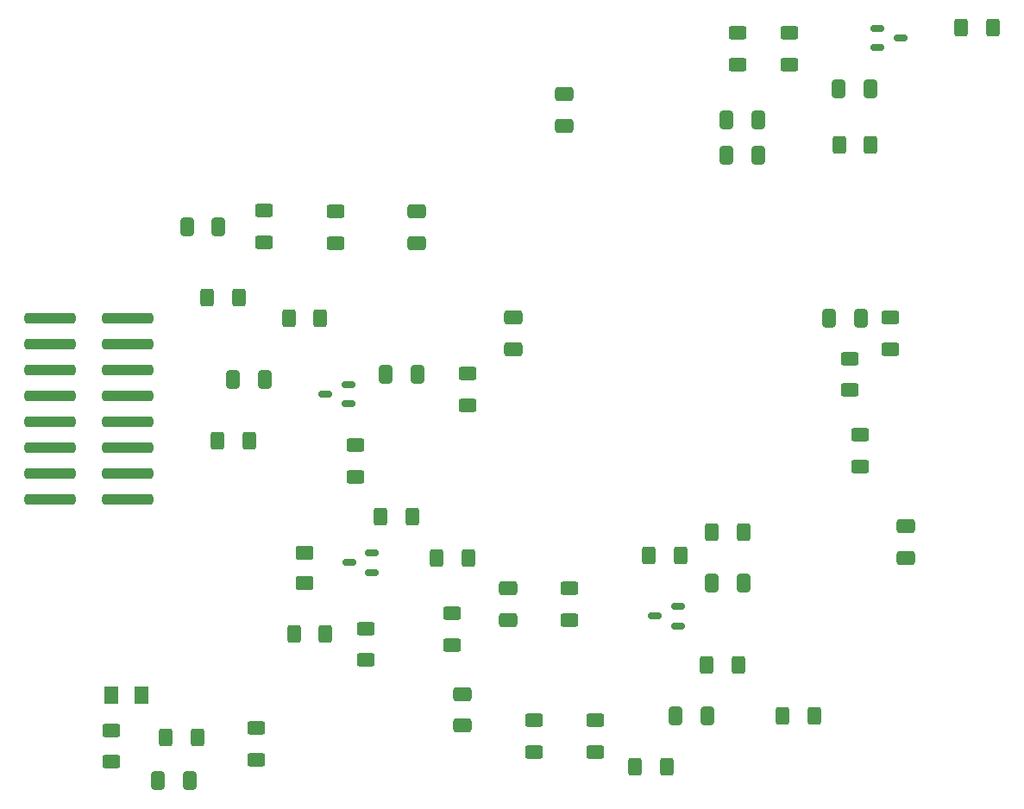
<source format=gtp>
G04 #@! TF.GenerationSoftware,KiCad,Pcbnew,7.0.2*
G04 #@! TF.CreationDate,2023-07-08T15:20:31+02:00*
G04 #@! TF.ProjectId,KiKAD_Endplatine_V2,4b694b41-445f-4456-9e64-706c6174696e,rev?*
G04 #@! TF.SameCoordinates,Original*
G04 #@! TF.FileFunction,Paste,Top*
G04 #@! TF.FilePolarity,Positive*
%FSLAX46Y46*%
G04 Gerber Fmt 4.6, Leading zero omitted, Abs format (unit mm)*
G04 Created by KiCad (PCBNEW 7.0.2) date 2023-07-08 15:20:31*
%MOMM*%
%LPD*%
G01*
G04 APERTURE LIST*
G04 Aperture macros list*
%AMRoundRect*
0 Rectangle with rounded corners*
0 $1 Rounding radius*
0 $2 $3 $4 $5 $6 $7 $8 $9 X,Y pos of 4 corners*
0 Add a 4 corners polygon primitive as box body*
4,1,4,$2,$3,$4,$5,$6,$7,$8,$9,$2,$3,0*
0 Add four circle primitives for the rounded corners*
1,1,$1+$1,$2,$3*
1,1,$1+$1,$4,$5*
1,1,$1+$1,$6,$7*
1,1,$1+$1,$8,$9*
0 Add four rect primitives between the rounded corners*
20,1,$1+$1,$2,$3,$4,$5,0*
20,1,$1+$1,$4,$5,$6,$7,0*
20,1,$1+$1,$6,$7,$8,$9,0*
20,1,$1+$1,$8,$9,$2,$3,0*%
G04 Aperture macros list end*
%ADD10RoundRect,0.255000X-2.245000X-0.255000X2.245000X-0.255000X2.245000X0.255000X-2.245000X0.255000X0*%
%ADD11RoundRect,0.250000X-0.412500X-0.650000X0.412500X-0.650000X0.412500X0.650000X-0.412500X0.650000X0*%
%ADD12RoundRect,0.250000X-0.400000X-0.625000X0.400000X-0.625000X0.400000X0.625000X-0.400000X0.625000X0*%
%ADD13RoundRect,0.150000X-0.512500X-0.150000X0.512500X-0.150000X0.512500X0.150000X-0.512500X0.150000X0*%
%ADD14RoundRect,0.250000X0.400000X0.625000X-0.400000X0.625000X-0.400000X-0.625000X0.400000X-0.625000X0*%
%ADD15RoundRect,0.250000X-0.625000X0.400000X-0.625000X-0.400000X0.625000X-0.400000X0.625000X0.400000X0*%
%ADD16RoundRect,0.250000X0.412500X0.650000X-0.412500X0.650000X-0.412500X-0.650000X0.412500X-0.650000X0*%
%ADD17RoundRect,0.250001X0.462499X0.624999X-0.462499X0.624999X-0.462499X-0.624999X0.462499X-0.624999X0*%
%ADD18RoundRect,0.250001X-0.624999X0.462499X-0.624999X-0.462499X0.624999X-0.462499X0.624999X0.462499X0*%
%ADD19RoundRect,0.250000X0.625000X-0.400000X0.625000X0.400000X-0.625000X0.400000X-0.625000X-0.400000X0*%
%ADD20RoundRect,0.150000X0.512500X0.150000X-0.512500X0.150000X-0.512500X-0.150000X0.512500X-0.150000X0*%
%ADD21RoundRect,0.250000X-0.650000X0.412500X-0.650000X-0.412500X0.650000X-0.412500X0.650000X0.412500X0*%
%ADD22RoundRect,0.250000X0.650000X-0.412500X0.650000X0.412500X-0.650000X0.412500X-0.650000X-0.412500X0*%
G04 APERTURE END LIST*
D10*
X105000000Y-66000000D03*
X112600000Y-66000000D03*
X105000000Y-68540000D03*
X112600000Y-68540000D03*
X105000000Y-71080000D03*
X112600000Y-71080000D03*
X105000000Y-73620000D03*
X112600000Y-73620000D03*
X105000000Y-76160000D03*
X112600000Y-76160000D03*
X105000000Y-78700000D03*
X112600000Y-78700000D03*
X105000000Y-81240000D03*
X112600000Y-81240000D03*
X105000000Y-83780000D03*
X112600000Y-83780000D03*
D11*
X169937500Y-92000000D03*
X173062500Y-92000000D03*
D12*
X116393750Y-107106250D03*
X119493750Y-107106250D03*
D13*
X186225000Y-37550000D03*
X186225000Y-39450000D03*
X188500000Y-38500000D03*
D14*
X140550000Y-85450000D03*
X137450000Y-85450000D03*
D15*
X144500000Y-94950000D03*
X144500000Y-98050000D03*
D16*
X185562500Y-43500000D03*
X182437500Y-43500000D03*
X174562500Y-46500000D03*
X171437500Y-46500000D03*
D15*
X177562500Y-38000000D03*
X177562500Y-41100000D03*
X133000000Y-55500000D03*
X133000000Y-58600000D03*
D16*
X174562500Y-50000000D03*
X171437500Y-50000000D03*
D17*
X113987500Y-103000000D03*
X111012500Y-103000000D03*
D18*
X130000000Y-89012500D03*
X130000000Y-91987500D03*
D19*
X187500000Y-69050000D03*
X187500000Y-65950000D03*
D12*
X128950000Y-97000000D03*
X132050000Y-97000000D03*
X182450000Y-49000000D03*
X185550000Y-49000000D03*
D14*
X173050000Y-87000000D03*
X169950000Y-87000000D03*
D20*
X134275000Y-74387500D03*
X134275000Y-72487500D03*
X132000000Y-73437500D03*
D11*
X137937500Y-71500000D03*
X141062500Y-71500000D03*
D15*
X158500000Y-105450000D03*
X158500000Y-108550000D03*
D12*
X162450000Y-110000000D03*
X165550000Y-110000000D03*
D14*
X180000000Y-105000000D03*
X176900000Y-105000000D03*
D19*
X125275000Y-109325000D03*
X125275000Y-106225000D03*
D15*
X172500000Y-38000000D03*
X172500000Y-41100000D03*
D21*
X150000000Y-92500000D03*
X150000000Y-95625000D03*
D19*
X135000000Y-81550000D03*
X135000000Y-78450000D03*
D21*
X189000000Y-86437500D03*
X189000000Y-89562500D03*
D14*
X197550000Y-37500000D03*
X194450000Y-37500000D03*
D19*
X183500000Y-73050000D03*
X183500000Y-69950000D03*
D15*
X184500000Y-77450000D03*
X184500000Y-80550000D03*
D11*
X115606250Y-111381250D03*
X118731250Y-111381250D03*
D14*
X124550000Y-78000000D03*
X121450000Y-78000000D03*
D22*
X150500000Y-69062500D03*
X150500000Y-65937500D03*
D14*
X131550000Y-66000000D03*
X128450000Y-66000000D03*
X123550000Y-64000000D03*
X120450000Y-64000000D03*
D11*
X123000000Y-72000000D03*
X126125000Y-72000000D03*
D15*
X136000000Y-96450000D03*
X136000000Y-99550000D03*
D21*
X145500000Y-102875000D03*
X145500000Y-106000000D03*
D12*
X169450000Y-100000000D03*
X172550000Y-100000000D03*
D16*
X169562500Y-105000000D03*
X166437500Y-105000000D03*
D15*
X126000000Y-55450000D03*
X126000000Y-58550000D03*
D11*
X181437500Y-66000000D03*
X184562500Y-66000000D03*
D20*
X166620000Y-96195000D03*
X166620000Y-94295000D03*
X164345000Y-95245000D03*
D16*
X121562500Y-57000000D03*
X118437500Y-57000000D03*
D15*
X111000000Y-106450000D03*
X111000000Y-109550000D03*
X156000000Y-92500000D03*
X156000000Y-95600000D03*
D21*
X155500000Y-44000000D03*
X155500000Y-47125000D03*
D20*
X136637500Y-90950000D03*
X136637500Y-89050000D03*
X134362500Y-90000000D03*
D15*
X152500000Y-105450000D03*
X152500000Y-108550000D03*
D14*
X146050000Y-89500000D03*
X142950000Y-89500000D03*
D19*
X146000000Y-74550000D03*
X146000000Y-71450000D03*
D21*
X141000000Y-55487500D03*
X141000000Y-58612500D03*
D12*
X163795000Y-89245000D03*
X166895000Y-89245000D03*
M02*

</source>
